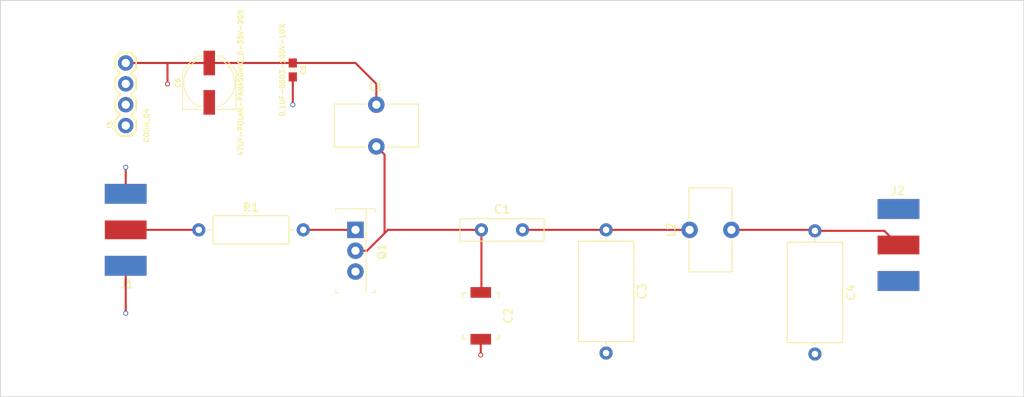
<source format=kicad_pcb>
(kicad_pcb (version 20221018) (generator pcbnew)
  (layers (0 "F.Cu" signal) (1 "In1.Cu" power "GND") (2 "In2.Cu" power "PWR") (31 "B.Cu" signal) (34 "B.Paste" user) (35 "F.Paste" user) (36 "B.SilkS" user "B.Silkscreen") (37 "F.SilkS" user "F.Silkscreen") (38 "B.Mask" user) (39 "F.Mask" user) (44 "Edge.Cuts" user))
  (net 0 "")
  (net 1 "GND")
  (net 2 "Net-(J1-Pad1)")
  (net 3 "Net-(C4-Pad1)")
  (net 4 "Net-(Q1-G)")
  (net 5 "Net-(Q1-D)")
  (net 6 "+12V")
  (net 7 "Net-(C1-Pad2)")
  (footprint "digikey-footprints:RF_SMA_BoardEdge_142-0701-801" (layer "F.Cu") (at 66.04 106.68 90)
    (fp_text reference "J1" (at -6.59 2.65) (layer "F.SilkS"))
    (fp_text value "142-0701-801")
    (pad "1" smd rect (at 0 2.54 90) (size 2.286 5.08) (layers "F.Cu" "F.Paste" "F.Mask") (net 2 "Net-(J1-Pad1)"))
    (pad "2" smd rect (at -4.3815 2.54 90) (size 2.413 5.08) (layers "F.Cu" "F.Paste" "F.Mask") (net 1 "GND"))
    (pad "2" smd rect (at -4.3815 2.54 90) (size 2.413 5.08) (layers "B.Cu" "B.Paste" "B.Mask") (net 1 "GND"))
    (pad "2" smd rect (at 4.3815 2.54 90) (size 2.413 5.08) (layers "F.Cu" "F.Paste" "F.Mask") (net 1 "GND"))
    (pad "2" smd rect (at 4.3815 2.54 90) (size 2.413 5.08) (layers "B.Cu" "B.Paste" "B.Mask") (net 1 "GND"))
  )
  (footprint "Capacitor_THT:C_Disc_D10.0mm_W2.5mm_P5.00mm" (layer "F.Cu") (at 111.84 106.68)
    (fp_text reference "C1" (at 2.5 -2.5) (layer "F.SilkS"))
    (fp_text value "0.01 uF")
    (fp_line (start -2.62 -1.37) (end -2.62 1.37) (stroke (width 0.12)) (layer "F.SilkS"))
    (fp_line (start -2.62 -1.37) (end 7.62 -1.37) (stroke (width 0.12)) (layer "F.SilkS"))
    (fp_line (start -2.62 1.37) (end 7.62 1.37) (stroke (width 0.12)) (layer "F.SilkS"))
    (fp_line (start 7.62 -1.37) (end 7.62 1.37) (stroke (width 0.12)) (layer "F.SilkS"))
    (pad "1" thru_hole circle (at 0 0) (size 1.6 1.6) (drill 0.8) (layers "*.Cu" "*.Mask") (net 5 "Net-(Q1-D)"))
    (pad "2" thru_hole circle (at 5 0) (size 1.6 1.6) (drill 0.8) (layers "*.Cu" "*.Mask") (net 7 "Net-(C1-Pad2)"))
  )
  (footprint "Capacitor_SMD:C_Trimmer_Murata_TZW4" (layer "F.Cu") (at 111.76 117.15 -90)
    (fp_text reference "C2" (at 0 -3.35 90) (layer "F.SilkS"))
    (fp_text value "C_Trim")
    (fp_line (start -2.8 -2.2) (end -2.8 -1.7) (stroke (width 0.12)) (layer "F.SilkS"))
    (fp_line (start -2.8 -2.2) (end -2.3 -2.2) (stroke (width 0.12)) (layer "F.SilkS"))
    (fp_line (start -2.8 2.2) (end -2.8 1.7) (stroke (width 0.12)) (layer "F.SilkS"))
    (fp_line (start -2.8 2.2) (end -2.3 2.2) (stroke (width 0.12)) (layer "F.SilkS"))
    (fp_line (start 2.8 -2.2) (end 2.3 -2.2) (stroke (width 0.12)) (layer "F.SilkS"))
    (fp_line (start 2.8 -2.2) (end 2.8 -1.7) (stroke (width 0.12)) (layer "F.SilkS"))
    (fp_line (start 2.8 2.2) (end 2.3 2.2) (stroke (width 0.12)) (layer "F.SilkS"))
    (fp_line (start 2.8 2.2) (end 2.8 1.7) (stroke (width 0.12)) (layer "F.SilkS"))
    (pad "1" smd rect (at -2.85 0 270) (size 1.3 2.5) (layers "F.Cu" "F.Paste" "F.Mask") (net 5 "Net-(Q1-D)"))
    (pad "2" smd rect (at 2.85 0 270) (size 1.3 2.5) (layers "F.Cu" "F.Paste" "F.Mask") (net 1 "GND"))
  )
  (footprint "digikey-footprints:TO-220-3" (layer "F.Cu") (at 96.52 106.68 -90)
    (fp_text reference "Q1" (at 2.62 -3.22 90) (layer "F.SilkS"))
    (fp_text value "IRF510PBF")
    (fp_line (start -2.56 -2.4) (end -2.56 -2) (stroke (width 0.1)) (layer "F.SilkS"))
    (fp_line (start -2.56 -2.4) (end -2.16 -2.4) (stroke (width 0.1)) (layer "F.SilkS"))
    (fp_line (start -2.56 -1.29) (end 7.54 -1.29) (stroke (width 0.1)) (layer "F.SilkS"))
    (fp_line (start -2.56 2.4) (end -2.56 -2) (stroke (width 0.1)) (layer "F.SilkS"))
    (fp_line (start -2.56 2.4) (end -2.16 2.4) (stroke (width 0.1)) (layer "F.SilkS"))
    (fp_line (start 7.24 -2.4) (end 7.64 -2.4) (stroke (width 0.1)) (layer "F.SilkS"))
    (fp_line (start 7.64 -2.4) (end 7.64 -2) (stroke (width 0.1)) (layer "F.SilkS"))
    (fp_line (start 7.64 2.4) (end 7.24 2.4) (stroke (width 0.1)) (layer "F.SilkS"))
    (fp_line (start 7.64 2.4) (end 7.64 2) (stroke (width 0.1)) (layer "F.SilkS"))
    (pad "1" thru_hole rect (at 0 0 270) (size 2 2) (drill 1) (layers "*.Cu" "*.Mask") (net 4 "Net-(Q1-G)"))
    (pad "2" thru_hole circle (at 2.54 0 270) (size 2 2) (drill 1) (layers "*.Cu" "*.Mask") (net 5 "Net-(Q1-D)"))
    (pad "3" thru_hole circle (at 5.08 0 270) (size 2 2) (drill 1) (layers "*.Cu" "*.Mask") (net 1 "GND"))
  )
  (footprint "Capacitors:PANASONIC_D" (layer "F.Cu") (at 78.74 88.75776 90)
    (fp_text reference "C6" (at 0 -3.81 90) (layer "F.SilkS") (effects (font (size 0.6096 0.6096) (thickness 0.127))))
    (fp_text value "47UF-POLAR-PANASONIC_D-35V-20%" (at 0 3.81 90) (layer "F.SilkS") (effects (font (size 0.6096 0.6096) (thickness 0.127))))
    (fp_line (start -3.24866 -3.24866) (end 1.5494 -3.24866) (stroke (width 0.1016)) (layer "F.SilkS"))
    (fp_line (start -3.24866 -0.94996) (end -3.24866 -3.24866) (stroke (width 0.1016)) (layer "F.SilkS"))
    (fp_line (start -3.24866 3.24866) (end -3.24866 0.94996) (stroke (width 0.1016)) (layer "F.SilkS"))
    (fp_line (start 1.5494 -3.24866) (end 3.24866 -1.5494) (stroke (width 0.1016)) (layer "F.SilkS"))
    (fp_line (start 1.5494 3.24866) (end -3.24866 3.24866) (stroke (width 0.1016)) (layer "F.SilkS"))
    (fp_line (start 3.24866 -1.5494) (end 3.24866 -0.94996) (stroke (width 0.1016)) (layer "F.SilkS"))
    (fp_line (start 3.24866 0.94996) (end 3.24866 1.5494) (stroke (width 0.1016)) (layer "F.SilkS"))
    (fp_line (start 3.24866 1.5494) (end 1.5494 3.24866) (stroke (width 0.1016)) (layer "F.SilkS"))
    (fp_arc (start -2.94894 -0.94996) (mid -0.0024 -3.098171) (end 2.947465 -0.954527) (stroke (width 0.1016)) (layer "F.SilkS"))
    (fp_arc (start 2.94894 0.94996) (mid 0.0024 3.098171) (end -2.947465 0.954527) (stroke (width 0.1016)) (layer "F.SilkS"))
    (pad "+" smd rect (at 2.39776 0 90) (size 2.99974 1.39954) (layers "F.Cu" "F.Paste" "F.Mask") (net 6 "+12V"))
    (pad "-" smd rect (at -2.39776 0 90) (size 2.99974 1.39954) (layers "F.Cu" "F.Paste" "F.Mask") (net 1 "GND"))
  )
  (footprint "Inductor_THT:L_Toroid_Vertical_L10.0mm_W5.0mm_P5.08mm" (layer "F.Cu") (at 137.16 106.68 90)
    (fp_text reference "L2" (at 0 -2.25 90) (layer "F.SilkS"))
    (fp_text value "12T T37-6")
    (fp_line (start -5.12 -0.08) (end -5.12 5.16) (stroke (width 0.12)) (layer "F.SilkS"))
    (fp_line (start -5.12 -0.08) (end -1.255 -0.08) (stroke (width 0.12)) (layer "F.SilkS"))
    (fp_line (start -5.12 5.16) (end -1.255 5.16) (stroke (width 0.12)) (layer "F.SilkS"))
    (fp_line (start 1.255 -0.08) (end 5.12 -0.08) (stroke (width 0.12)) (layer "F.SilkS"))
    (fp_line (start 1.255 5.16) (end 5.12 5.16) (stroke (width 0.12)) (layer "F.SilkS"))
    (fp_line (start 5.12 -0.08) (end 5.12 5.16) (stroke (width 0.12)) (layer "F.SilkS"))
    (pad "1" thru_hole circle (at 0 0 90) (size 2 2) (drill 1) (layers "*.Cu" "*.Mask") (net 7 "Net-(C1-Pad2)"))
    (pad "2" thru_hole circle (at 0 5.08 90) (size 2 2) (drill 1) (layers "*.Cu" "*.Mask") (net 3 "Net-(C4-Pad1)"))
  )
  (footprint "Inductor_THT:L_Toroid_Vertical_L10.0mm_W5.0mm_P5.08mm" (layer "F.Cu") (at 99.06 91.44)
    (fp_text reference "L1" (at 0 -2.25) (layer "F.SilkS"))
    (fp_text value "0.8 uH")
    (fp_line (start -5.12 -0.08) (end -5.12 5.16) (stroke (width 0.12)) (layer "F.SilkS"))
    (fp_line (start -5.12 -0.08) (end -1.255 -0.08) (stroke (width 0.12)) (layer "F.SilkS"))
    (fp_line (start -5.12 5.16) (end -1.255 5.16) (stroke (width 0.12)) (layer "F.SilkS"))
    (fp_line (start 1.255 -0.08) (end 5.12 -0.08) (stroke (width 0.12)) (layer "F.SilkS"))
    (fp_line (start 1.255 5.16) (end 5.12 5.16) (stroke (width 0.12)) (layer "F.SilkS"))
    (fp_line (start 5.12 -0.08) (end 5.12 5.16) (stroke (width 0.12)) (layer "F.SilkS"))
    (pad "1" thru_hole circle (at 0 0) (size 2 2) (drill 1) (layers "*.Cu" "*.Mask") (net 6 "+12V"))
    (pad "2" thru_hole circle (at 0 5.08) (size 2 2) (drill 1) (layers "*.Cu" "*.Mask") (net 5 "Net-(Q1-D)"))
  )
  (footprint "Footprints:1X04" (layer "F.Cu") (at 68.58 93.98 90)
    (fp_text reference "J3" (at 0 -1.905 90) (layer "F.SilkS") (effects (font (size 0.6096 0.6096) (thickness 0.127))))
    (fp_text value "CONN_04" (at 0 2.54 90) (layer "F.SilkS") (effects (font (size 0.6096 0.6096) (thickness 0.127))))
    (fp_line (start -1.27 -0.635) (end -1.27 0.635) (stroke (width 0.2032)) (layer "F.SilkS"))
    (fp_line (start -1.27 0.635) (end -0.635 1.27) (stroke (width 0.2032)) (layer "F.SilkS"))
    (fp_line (start -0.635 -1.27) (end -1.27 -0.635) (stroke (width 0.2032)) (layer "F.SilkS"))
    (fp_line (start -0.635 -1.27) (end 0.635 -1.27) (stroke (width 0.2032)) (layer "F.SilkS"))
    (fp_line (start 0.635 -1.27) (end 1.27 -0.635) (stroke (width 0.2032)) (layer "F.SilkS"))
    (fp_line (start 0.635 1.27) (end -0.635 1.27) (stroke (width 0.2032)) (layer "F.SilkS"))
    (fp_line (start 1.27 -0.635) (end 1.905 -1.27) (stroke (width 0.2032)) (layer "F.SilkS"))
    (fp_line (start 1.27 0.635) (end 0.635 1.27) (stroke (width 0.2032)) (layer "F.SilkS"))
    (fp_line (start 1.905 -1.27) (end 3.175 -1.27) (stroke (width 0.2032)) (layer "F.SilkS"))
    (fp_line (start 1.905 1.27) (end 1.27 0.635) (stroke (width 0.2032)) (layer "F.SilkS"))
    (fp_line (start 3.175 -1.27) (end 3.81 -0.635) (stroke (width 0.2032)) (layer "F.SilkS"))
    (fp_line (start 3.175 1.27) (end 1.905 1.27) (stroke (width 0.2032)) (layer "F.SilkS"))
    (fp_line (start 3.81 -0.635) (end 4.445 -1.27) (stroke (width 0.2032)) (layer "F.SilkS"))
    (fp_line (start 3.81 0.635) (end 3.175 1.27) (stroke (width 0.2032)) (layer "F.SilkS"))
    (fp_line (start 4.445 -1.27) (end 5.715 -1.27) (stroke (width 0.2032)) (layer "F.SilkS"))
    (fp_line (start 4.445 1.27) (end 3.81 0.635) (stroke (width 0.2032)) (layer "F.SilkS"))
    (fp_line (start 5.715 -1.27) (end 6.35 -0.635) (stroke (width 0.2032)) (layer "F.SilkS"))
    (fp_line (start 5.715 1.27) (end 4.445 1.27) (stroke (width 0.2032)) (layer "F.SilkS"))
    (fp_line (start 6.35 0.635) (end 5.715 1.27) (stroke (width 0.2032)) (layer "F.SilkS"))
    (fp_line (start 6.35 0.635) (end 6.985 1.27) (stroke (width 0.2032)) (layer "F.SilkS"))
    (fp_line (start 6.985 -1.27) (end 6.35 -0.635) (stroke (width 0.2032)) (layer "F.SilkS"))
    (fp_line (start 6.985 -1.27) (end 8.255 -1.27) (stroke (width 0.2032)) (layer "F.SilkS"))
    (fp_line (start 8.255 -1.27) (end 8.89 -0.635) (stroke (width 0.2032)) (layer "F.SilkS"))
    (fp_line (start 8.255 1.27) (end 6.985 1.27) (stroke (width 0.2032)) (layer "F.SilkS"))
    (fp_line (start 8.89 -0.635) (end 8.89 0.635) (stroke (width 0.2032)) (layer "F.SilkS"))
    (fp_line (start 8.89 0.635) (end 8.255 1.27) (stroke (width 0.2032)) (layer "F.SilkS"))
    (pad "1" thru_hole circle (at 0 0 90) (size 1.8796 1.8796) (drill 1.016) (layers "*.Cu" "*.Mask") (net 1 "GND"))
    (pad "2" thru_hole circle (at 2.54 0 90) (size 1.8796 1.8796) (drill 1.016) (layers "*.Cu" "*.Mask") (net 1 "GND"))
    (pad "3" thru_hole circle (at 5.08 0 90) (size 1.8796 1.8796) (drill 1.016) (layers "*.Cu" "*.Mask"))
    (pad "4" thru_hole circle (at 7.62 0 90) (size 1.8796 1.8796) (drill 1.016) (layers "*.Cu" "*.Mask") (net 6 "+12V"))
  )
  (footprint "Resistor_THT:R_Axial_DIN0309_L9.0mm_D3.2mm_P12.70mm_Horizontal" (layer "F.Cu") (at 77.47 106.68)
    (fp_text reference "R1" (at 6.35 -2.72) (layer "F.SilkS"))
    (fp_text value "10")
    (fp_line (start 1.04 0) (end 1.73 0) (stroke (width 0.12)) (layer "F.SilkS"))
    (fp_line (start 1.73 -1.72) (end 1.73 1.72) (stroke (width 0.12)) (layer "F.SilkS"))
    (fp_line (start 1.73 1.72) (end 10.97 1.72) (stroke (width 0.12)) (layer "F.SilkS"))
    (fp_line (start 10.97 -1.72) (end 1.73 -1.72) (stroke (width 0.12)) (layer "F.SilkS"))
    (fp_line (start 10.97 1.72) (end 10.97 -1.72) (stroke (width 0.12)) (layer "F.SilkS"))
    (fp_line (start 11.66 0) (end 10.97 0) (stroke (width 0.12)) (layer "F.SilkS"))
    (pad "1" thru_hole circle (at 0 0) (size 1.6 1.6) (drill 0.8) (layers "*.Cu" "*.Mask") (net 2 "Net-(J1-Pad1)"))
    (pad "2" thru_hole oval (at 12.7 0) (size 1.6 1.6) (drill 0.8) (layers "*.Cu" "*.Mask") (net 4 "Net-(Q1-G)"))
  )
  (footprint "Capacitors:0603" (layer "F.Cu") (at 88.9 87.20836 -90)
    (fp_text reference "C5" (at 0 -1.27 -90) (layer "F.SilkS") (effects (font (size 0.6096 0.6096) (thickness 0.127))))
    (fp_text value "0.1UF-0603-100V-10%" (at 0 1.27 -90) (layer "F.SilkS") (effects (font (size 0.6096 0.6096) (thickness 0.127))))
    (fp_line (start -0.19812 -0.29972) (end 0.19812 -0.29972) (stroke (width 0.06604)) (layer "F.SilkS"))
    (fp_line (start -0.19812 0.29972) (end -0.19812 -0.29972) (stroke (width 0.06604)) (layer "F.SilkS"))
    (fp_line (start -0.19812 0.29972) (end 0.19812 0.29972) (stroke (width 0.06604)) (layer "F.SilkS"))
    (fp_line (start 0.19812 0.29972) (end 0.19812 -0.29972) (stroke (width 0.06604)) (layer "F.SilkS"))
    (pad "1" smd rect (at -0.84836 0 270) (size 1.09982 0.99822) (layers "F.Cu" "F.Paste" "F.Mask") (net 6 "+12V"))
    (pad "2" smd rect (at 0.84836 0 270) (size 1.09982 0.99822) (layers "F.Cu" "F.Paste" "F.Mask") (net 1 "GND"))
  )
  (footprint "Capacitor_THT:C_Axial_L12.0mm_D6.5mm_P15.00mm_Horizontal" (layer "F.Cu") (at 127 106.68 -90)
    (fp_text reference "C3" (at 7.5 -4.37 90) (layer "F.SilkS"))
    (fp_text value "150 pF")
    (fp_line (start 1.04 0) (end 1.38 0) (stroke (width 0.12)) (layer "F.SilkS"))
    (fp_line (start 1.38 -3.37) (end 1.38 3.37) (stroke (width 0.12)) (layer "F.SilkS"))
    (fp_line (start 1.38 3.37) (end 13.62 3.37) (stroke (width 0.12)) (layer "F.SilkS"))
    (fp_line (start 13.62 -3.37) (end 1.38 -3.37) (stroke (width 0.12)) (layer "F.SilkS"))
    (fp_line (start 13.62 3.37) (end 13.62 -3.37) (stroke (width 0.12)) (layer "F.SilkS"))
    (fp_line (start 13.96 0) (end 13.62 0) (stroke (width 0.12)) (layer "F.SilkS"))
    (pad "1" thru_hole circle (at 0 0 270) (size 1.6 1.6) (drill 0.8) (layers "*.Cu" "*.Mask") (net 7 "Net-(C1-Pad2)"))
    (pad "2" thru_hole oval (at 15 0 270) (size 1.6 1.6) (drill 0.8) (layers "*.Cu" "*.Mask") (net 1 "GND"))
  )
  (footprint "digikey-footprints:RF_SMA_BoardEdge_142-0701-801" (layer "F.Cu") (at 165.1 108.5215 -90)
    (fp_text reference "J2" (at -6.59 2.65) (layer "F.SilkS"))
    (fp_text value "142-0701-801")
    (pad "1" smd rect (at 0 2.54 270) (size 2.286 5.08) (layers "F.Cu" "F.Paste" "F.Mask") (net 3 "Net-(C4-Pad1)"))
    (pad "2" smd rect (at -4.3815 2.54 270) (size 2.413 5.08) (layers "F.Cu" "F.Paste" "F.Mask") (net 1 "GND"))
    (pad "2" smd rect (at -4.3815 2.54 270) (size 2.413 5.08) (layers "B.Cu" "B.Paste" "B.Mask") (net 1 "GND"))
    (pad "2" smd rect (at 4.3815 2.54 270) (size 2.413 5.08) (layers "F.Cu" "F.Paste" "F.Mask") (net 1 "GND"))
    (pad "2" smd rect (at 4.3815 2.54 270) (size 2.413 5.08) (layers "B.Cu" "B.Paste" "B.Mask") (net 1 "GND"))
  )
  (footprint "Capacitor_THT:C_Axial_L12.0mm_D6.5mm_P15.00mm_Horizontal" (layer "F.Cu") (at 152.4 106.8 -90)
    (fp_text reference "C4" (at 7.5 -4.37 90) (layer "F.SilkS"))
    (fp_text value "150 pF")
    (fp_line (start 1.04 0) (end 1.38 0) (stroke (width 0.12)) (layer "F.SilkS"))
    (fp_line (start 1.38 -3.37) (end 1.38 3.37) (stroke (width 0.12)) (layer "F.SilkS"))
    (fp_line (start 1.38 3.37) (end 13.62 3.37) (stroke (width 0.12)) (layer "F.SilkS"))
    (fp_line (start 13.62 -3.37) (end 1.38 -3.37) (stroke (width 0.12)) (layer "F.SilkS"))
    (fp_line (start 13.62 3.37) (end 13.62 -3.37) (stroke (width 0.12)) (layer "F.SilkS"))
    (fp_line (start 13.96 0) (end 13.62 0) (stroke (width 0.12)) (layer "F.SilkS"))
    (pad "1" thru_hole circle (at 0 0 270) (size 1.6 1.6) (drill 0.8) (layers "*.Cu" "*.Mask") (net 3 "Net-(C4-Pad1)"))
    (pad "2" thru_hole oval (at 15 0 270) (size 1.6 1.6) (drill 0.8) (layers "*.Cu" "*.Mask") (net 1 "GND"))
  )
  (gr_rect (start 53.34 78.74) (end 177.8 127) (stroke (width 0.1)) (fill none) (layer "Edge.Cuts"))
  (segment (start 68.58 111.0615) (end 68.58 116.84) (width 0.25) (layer "F.Cu") (net 1))
  (segment (start 88.9 88.05672) (end 88.9 91.44) (width 0.25) (layer "F.Cu") (net 1))
  (segment (start 68.58 99.06) (end 68.58 102.2985) (width 0.25) (layer "F.Cu") (net 1))
  (segment (start 111.76 120) (end 111.76 121.92) (width 0.25) (layer "F.Cu") (net 1))
  (via (at 88.9 91.44) (size 0.6) (drill 0.4) (layers "F.Cu" "B.Cu") (net 1))
  (via (at 68.58 99.06) (size 0.6) (drill 0.4) (layers "F.Cu" "B.Cu") (net 1))
  (via (at 68.58 116.84) (size 0.6) (drill 0.4) (layers "F.Cu" "B.Cu") (net 1))
  (via blind (at 111.76 121.92) (size 0.6) (drill 0.4) (layers "F.Cu" "In1.Cu") (net 1))
  (segment (start 77.47 106.68) (end 68.58 106.68) (width 0.25) (layer "F.Cu") (net 2))
  (segment (start 152.4 106.68) (end 152.52 106.8) (width 0.25) (layer "F.Cu") (net 3))
  (segment (start 162.56 108.5215) (end 160.8385 106.8) (width 0.25) (layer "F.Cu") (net 3))
  (segment (start 142.24 106.68) (end 152.4 106.68) (width 0.25) (layer "F.Cu") (net 3))
  (segment (start 152.4 106.8) (end 160.8385 106.8) (width 0.25) (layer "F.Cu") (net 3))
  (segment (start 90.17 106.68) (end 96.52 106.68) (width 0.25) (layer "F.Cu") (net 4))
  (segment (start 99.06 96.52) (end 100.06 97.52) (width 0.25) (layer "F.Cu") (net 5))
  (segment (start 111.84 106.68) (end 111.84 114.22) (width 0.25) (layer "F.Cu") (net 5))
  (segment (start 97.934213 109.22) (end 96.52 109.22) (width 0.25) (layer "F.Cu") (net 5))
  (segment (start 111.84 114.22) (end 111.76 114.3) (width 0.25) (layer "F.Cu") (net 5))
  (segment (start 100.06 97.52) (end 100.06 107.094213) (width 0.25) (layer "F.Cu") (net 5))
  (segment (start 111.84 106.68) (end 100.474213 106.68) (width 0.25) (layer "F.Cu") (net 5))
  (segment (start 100.06 107.094213) (end 97.934213 109.22) (width 0.25) (layer "F.Cu") (net 5))
  (segment (start 100.474213 106.68) (end 100.06 107.094213) (width 0.25) (layer "F.Cu") (net 5))
  (segment (start 88.9 86.36) (end 96.52 86.36) (width 0.25) (layer "F.Cu") (net 6))
  (segment (start 96.52 86.36) (end 99.06 88.9) (width 0.25) (layer "F.Cu") (net 6))
  (segment (start 78.74 86.36) (end 88.9 86.36) (width 0.25) (layer "F.Cu") (net 6))
  (segment (start 73.66 86.36) (end 78.74 86.36) (width 0.25) (layer "F.Cu") (net 6))
  (segment (start 68.58 86.36) (end 73.66 86.36) (width 0.25) (layer "F.Cu") (net 6))
  (segment (start 73.66 86.36) (end 73.66 88.9) (width 0.25) (layer "F.Cu") (net 6))
  (segment (start 99.06 88.9) (end 99.06 91.44) (width 0.25) (layer "F.Cu") (net 6))
  (via blind (at 73.66 88.9) (size 0.6) (drill 0.4) (layers "F.Cu" "In2.Cu") (net 6))
  (segment (start 127 106.68) (end 137.16 106.68) (width 0.25) (layer "F.Cu") (net 7))
  (segment (start 116.84 106.68) (end 127 106.68) (width 0.25) (layer "F.Cu") (net 7))
)
</source>
